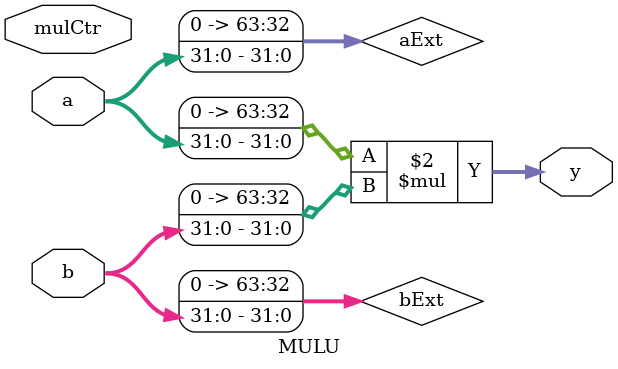
<source format=v>
`timescale 1ns / 1ps
module MULU(mulCtr, a, b, y);
	input 		        mulCtr;
	input 		[31: 0] a;
	input 		[31: 0] b;
	output reg 	[63: 0] y;


	wire [63: 0] aExt = { 32'b0, a};
	wire [63: 0] bExt = { 32'b0, b};
	
	always @(mulCtr || a || b) begin
		y <= aExt * bExt;
	end
endmodule
</source>
